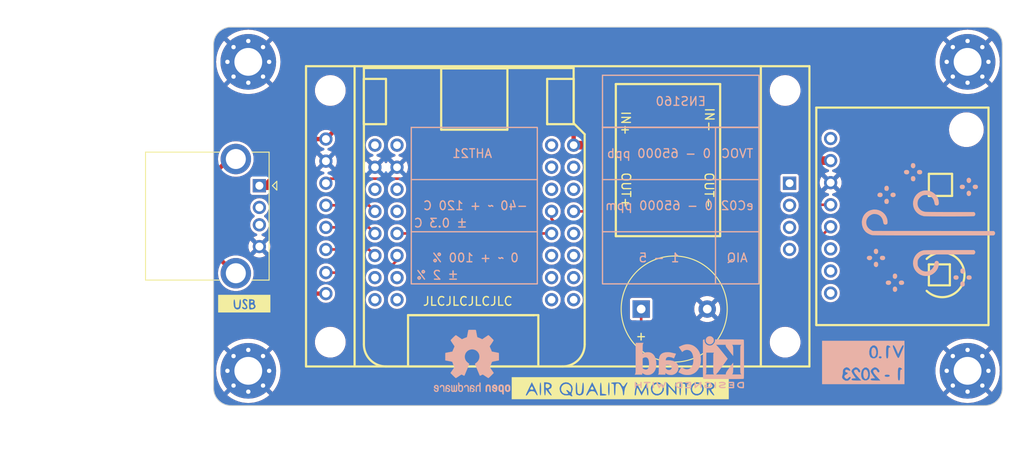
<source format=kicad_pcb>
(kicad_pcb (version 20221018) (generator pcbnew)
  (layers (0 "F.Cu" signal) (31 "B.Cu" signal) (34 "B.Paste" user) (35 "F.Paste" user) (36 "B.SilkS" user "B.Silkscreen") (37 "F.SilkS" user "F.Silkscreen") (38 "B.Mask" user) (39 "F.Mask" user) (44 "Edge.Cuts" user))
  (net 0 "")
  (net 1 "/Buzzer")
  (net 2 "GND")
  (net 3 "VBUS")
  (net 6 "unconnected-(J1-Pad5)")
  (net 8 "+3.3V")
  (net 16 "/SDA")
  (net 17 "/SCL")
  (net 26 "/TFT_RST")
  (net 28 "/TFT_A0")
  (net 29 "/TFT_CS")
  (net 30 "/TFT_SDA")
  (net 31 "/TFT_SCK")
  (footprint "AJ38:AJ38" (layer "F.Cu") (at 158.3435 86.137 -90)
    (fp_text reference "U3" hide)
    (fp_text value "AJ38" hide)
    (fp_text user "IN-" (at -4.015555 5.042222 -90 unlocked) (layer "F.SilkS"))
    (fp_text user "IN+" (at -3.622222 14.673333 -90 unlocked) (layer "F.SilkS"))
    (fp_text user "OUT-" (at 4.092848 5.082961 -90 unlocked) (layer "F.SilkS"))
    (fp_text user "OUT+" (at 4.092848 14.642379 -90 unlocked) (layer "F.SilkS"))
    (pad "1" smd rect (at -7.493 14.605 270) (size 4 2) (layers "F.Cu" "F.Paste" "F.Mask") (net 3 "VBUS"))
    (pad "2" smd rect (at -7.747 5.08 270) (size 4 2) (layers "F.Cu" "F.Paste" "F.Mask") (net 2 "GND"))
    (pad "3" smd rect (at 8.636 14.605 270) (size 4 2) (layers "F.Cu" "F.Paste" "F.Mask") (net 8 "+3.3V"))
    (pad "4" smd rect (at 8.763 5.08 270) (size 4 2) (layers "F.Cu" "F.Paste" "F.Mask") (net 2 "GND"))
  )
  (footprint "ENS160:ENS160" (layer "F.Cu") (at 175.5 75.44945)
    (fp_text reference "U1" hide)
    (fp_text value "ENS160" hide)
    (pad "" np_thru_hole circle (at 7.366 7.8105) (size 3.5 3.5) (drill 3.5) (layers "*.Mask" "F.Cu" "In1.Cu" "B.Cu"))
    (pad "1" thru_hole circle (at -8.255 8.8265) (size 1.524 1.524) (drill 0.914) (layers "*.Cu" "*.Mask"))
    (pad "2" thru_hole circle (at -8.255 11.3665) (size 1.524 1.524) (drill 0.914) (layers "*.Cu" "*.Mask") (net 8 "+3.3V"))
    (pad "3" thru_hole circle (at -8.255 13.9065) (size 1.524 1.524) (drill 0.914) (layers "*.Cu" "*.Mask") (net 2 "GND"))
    (pad "4" thru_hole circle (at -8.255 16.4465) (size 1.524 1.524) (drill 0.914) (layers "*.Cu" "*.Mask") (net 17 "/SCL"))
    (pad "5" thru_hole circle (at -8.255 18.9865) (size 1.524 1.524) (drill 0.914) (layers "*.Cu" "*.Mask") (net 16 "/SDA"))
    (pad "6" thru_hole circle (at -8.255 21.5265) (size 1.524 1.524) (drill 0.914) (layers "*.Cu" "*.Mask"))
    (pad "7" thru_hole circle (at -8.255 24.0665) (size 1.524 1.524) (drill 0.914) (layers "*.Cu" "*.Mask"))
    (pad "8" thru_hole circle (at -8.255 26.6065) (size 1.524 1.524) (drill 0.914) (layers "*.Cu" "*.Mask"))
  )
  (footprint "MountingHole:MountingHole_3.2mm_M3_Pad_Via" (layer "F.Cu") (at 100.25 75.456)
    (fp_text reference "H2" hide)
    (fp_text value "MountingHole_Pad" hide)
    (pad "1" thru_hole circle (at -2.4 0) (size 0.8 0.8) (drill 0.5) (layers "*.Cu" "*.Mask") (net 2 "GND"))
    (pad "1" thru_hole circle (at -1.697056 -1.697056) (size 0.8 0.8) (drill 0.5) (layers "*.Cu" "*.Mask") (net 2 "GND"))
    (pad "1" thru_hole circle (at -1.697056 1.697056) (size 0.8 0.8) (drill 0.5) (layers "*.Cu" "*.Mask") (net 2 "GND"))
    (pad "1" thru_hole circle (at 0 -2.4) (size 0.8 0.8) (drill 0.5) (layers "*.Cu" "*.Mask") (net 2 "GND"))
    (pad "1" thru_hole circle (at 0 0) (size 6.4 6.4) (drill 3.2) (layers "*.Cu" "*.Mask") (net 2 "GND"))
    (pad "1" thru_hole circle (at 0 2.4) (size 0.8 0.8) (drill 0.5) (layers "*.Cu" "*.Mask") (net 2 "GND"))
    (pad "1" thru_hole circle (at 1.697056 -1.697056) (size 0.8 0.8) (drill 0.5) (layers "*.Cu" "*.Mask") (net 2 "GND"))
    (pad "1" thru_hole circle (at 1.697056 1.697056) (size 0.8 0.8) (drill 0.5) (layers "*.Cu" "*.Mask") (net 2 "GND"))
    (pad "1" thru_hole circle (at 2.4 0) (size 0.8 0.8) (drill 0.5) (layers "*.Cu" "*.Mask") (net 2 "GND"))
  )
  (footprint "Buzzer_Beeper:Buzzer_12x9.5RM7.6" (layer "F.Cu") (at 145.45 103.895)
    (fp_text reference "BZ1" hide)
    (fp_text value "Buzzer" hide)
    (fp_text user "+" (at -0.01 3.105) (layer "F.SilkS"))
    (pad "1" thru_hole rect (at 0 0) (size 2 2) (drill 1) (layers "*.Cu" "*.Mask") (net 1 "/Buzzer"))
    (pad "2" thru_hole circle (at 7.6 0) (size 2 2) (drill 1) (layers "*.Cu" "*.Mask") (net 2 "GND"))
  )
  (footprint "1.8_TFT:1.8 TFT Display" (layer "F.Cu") (at 134.07 68.59)
    (fp_text reference "U4" hide)
    (fp_text value "1.8_TFT_Display" hide)
    (pad "" np_thru_hole circle (at -24.384 10.16) (size 3.048 3.048) (drill 3.048) (layers "*.Cu" "*.Mask"))
    (pad "" np_thru_hole circle (at -24.384 39.116) (size 3.048 3.048) (drill 3.048) (layers "*.Cu" "*.Mask"))
    (pad "" np_thru_hole circle (at 27.94 10.16) (size 3.048 3.048) (drill 3.048) (layers "*.Cu" "*.Mask"))
    (pad "" np_thru_hole circle (at 27.94 39.116) (size 3.048 3.048) (drill 3.048) (layers "*.Cu" "*.Mask"))
    (pad "1" thru_hole circle (at -24.892 15.748) (size 1.524 1.524) (drill 0.914) (layers "*.Cu" "*.Mask") (net 8 "+3.3V"))
    (pad "2" thru_hole circle (at -24.892 18.288) (size 1.524 1.524) (drill 0.914) (layers "*.Cu" "*.Mask") (net 2 "GND"))
    (pad "3" thru_hole circle (at -24.892 20.828) (size 1.524 1.524) (drill 0.914) (layers "*.Cu" "*.Mask") (net 29 "/TFT_CS"))
    (pad "4" thru_hole circle (at -24.892 23.368) (size 1.524 1.524) (drill 0.914) (layers "*.Cu" "*.Mask") (net 26 "/TFT_RST"))
    (pad "5" thru_hole circle (at -24.892 25.908) (size 1.524 1.524) (drill 0.914) (layers "*.Cu" "*.Mask") (net 28 "/TFT_A0"))
    (pad "6" thru_hole circle (at -24.892 28.448) (size 1.524 1.524) (drill 0.914) (layers "*.Cu" "*.Mask") (net 30 "/TFT_SDA"))
    (pad "7" thru_hole circle (at -24.892 31.115) (size 1.524 1.524) (drill 0.914) (layers "*.Cu" "*.Mask") (net 31 "/TFT_SCK"))
    (pad "8" thru_hole circle (at -24.892 33.528) (size 1.524 1.524) (drill 0.914) (layers "*.Cu" "*.Mask") (net 8 "+3.3V"))
    (pad "9" thru_hole rect (at 28.448 20.828) (size 1.524 1.524) (drill 0.914) (layers "*.Cu" "*.Mask"))
    (pad "10" thru_hole circle (at 28.448 23.368) (size 1.524 1.524) (drill 0.914) (layers "*.Cu" "*.Mask"))
    (pad "11" thru_hole circle (at 28.448 25.908) (size 1.524 1.524) (drill 0.914) (layers "*.Cu" "*.Mask"))
    (pad "12" thru_hole circle (at 28.448 28.448) (size 1.524 1.524) (drill 0.914) (layers "*.Cu" "*.Mask"))
  )
  (footprint "MountingHole:MountingHole_3.2mm_M3_Pad_Via" (layer "F.Cu") (at 183 75.456)
    (fp_text reference "H4" hide)
    (fp_text value "MountingHole_Pad" hide)
    (pad "1" thru_hole circle (at -2.4 0) (size 0.8 0.8) (drill 0.5) (layers "*.Cu" "*.Mask") (net 2 "GND"))
    (pad "1" thru_hole circle (at -1.697056 -1.697056) (size 0.8 0.8) (drill 0.5) (layers "*.Cu" "*.Mask") (net 2 "GND"))
    (pad "1" thru_hole circle (at -1.697056 1.697056) (size 0.8 0.8) (drill 0.5) (layers "*.Cu" "*.Mask") (net 2 "GND"))
    (pad "1" thru_hole circle (at 0 -2.4) (size 0.8 0.8) (drill 0.5) (layers "*.Cu" "*.Mask") (net 2 "GND"))
    (pad "1" thru_hole circle (at 0 0) (size 6.4 6.4) (drill 3.2) (layers "*.Cu" "*.Mask") (net 2 "GND"))
    (pad "1" thru_hole circle (at 0 2.4) (size 0.8 0.8) (drill 0.5) (layers "*.Cu" "*.Mask") (net 2 "GND"))
    (pad "1" thru_hole circle (at 1.697056 -1.697056) (size 0.8 0.8) (drill 0.5) (layers "*.Cu" "*.Mask") (net 2 "GND"))
    (pad "1" thru_hole circle (at 1.697056 1.697056) (size 0.8 0.8) (drill 0.5) (layers "*.Cu" "*.Mask") (net 2 "GND"))
    (pad "1" thru_hole circle (at 2.4 0) (size 0.8 0.8) (drill 0.5) (layers "*.Cu" "*.Mask") (net 2 "GND"))
  )
  (footprint "LOGO" (layer "F.Cu") (at 143 113)
    (fp_text reference "G***" hide)
    (fp_text value "LOGO" hide)
  )
  (footprint "Connector_USB:USB_A_CONNFLY_DS1095-WNR0" (layer "F.Cu") (at 101.5275 89.70385 -90)
    (fp_text reference "J1" hide)
    (fp_text value "USB_A" hide)
    (pad "1" thru_hole rect (at 0 0 270) (size 1.524 1.524) (drill 0.92) (layers "*.Cu" "*.Mask") (net 3 "VBUS"))
    (pad "2" thru_hole circle (at 2.5 0 270) (size 1.524 1.524) (drill 0.92) (layers "*.Cu" "*.Mask"))
    (pad "3" thru_hole circle (at 4.5 0 270) (size 1.524 1.524) (drill 0.92) (layers "*.Cu" "*.Mask"))
    (pad "4" thru_hole circle (at 7 0 270) (size 1.524 1.524) (drill 0.92) (layers "*.Cu" "*.Mask") (net 2 "GND"))
    (pad "5" thru_hole circle (at -3.07 2.71 270) (size 3.5 3.5) (drill 2.3) (layers "*.Cu" "*.Mask") (net 6 "unconnected-(J1-Pad5)"))
    (pad "5" thru_hole circle (at 10.07 2.71 270) (size 3.5 3.5) (drill 2.3) (layers "*.Cu" "*.Mask") (net 6 "unconnected-(J1-Pad5)"))
  )
  (footprint "MountingHole:MountingHole_3.2mm_M3_Pad_Via" (layer "F.Cu") (at 183 111)
    (fp_text reference "H1" hide)
    (fp_text value "MountingHole_Pad" hide)
    (pad "1" thru_hole circle (at -2.4 0) (size 0.8 0.8) (drill 0.5) (layers "*.Cu" "*.Mask") (net 2 "GND"))
    (pad "1" thru_hole circle (at -1.697056 -1.697056) (size 0.8 0.8) (drill 0.5) (layers "*.Cu" "*.Mask") (net 2 "GND"))
    (pad "1" thru_hole circle (at -1.697056 1.697056) (size 0.8 0.8) (drill 0.5) (layers "*.Cu" "*.Mask") (net 2 "GND"))
    (pad "1" thru_hole circle (at 0 -2.4) (size 0.8 0.8) (drill 0.5) (layers "*.Cu" "*.Mask") (net 2 "GND"))
    (pad "1" thru_hole circle (at 0 0) (size 6.4 6.4) (drill 3.2) (layers "*.Cu" "*.Mask") (net 2 "GND"))
    (pad "1" thru_hole circle (at 0 2.4) (size 0.8 0.8) (drill 0.5) (layers "*.Cu" "*.Mask") (net 2 "GND"))
    (pad "1" thru_hole circle (at 1.697056 -1.697056) (size 0.8 0.8) (drill 0.5) (layers "*.Cu" "*.Mask") (net 2 "GND"))
    (pad "1" thru_hole circle (at 1.697056 1.697056) (size 0.8 0.8) (drill 0.5) (layers "*.Cu" "*.Mask") (net 2 "GND"))
    (pad "1" thru_hole circle (at 2.4 0) (size 0.8 0.8) (drill 0.5) (layers "*.Cu" "*.Mask") (net 2 "GND"))
  )
  (footprint "LOGO" (layer "F.Cu") (at 99.74393 103.269818)
    (fp_text reference "G***" hide)
    (fp_text value "LOGO" hide)
  )
  (footprint "MountingHole:MountingHole_3.2mm_M3_Pad_Via" (layer "F.Cu") (at 100.25 111)
    (fp_text reference "H3" hide)
    (fp_text value "MountingHole_Pad" hide)
    (pad "1" thru_hole circle (at -2.4 0) (size 0.8 0.8) (drill 0.5) (layers "*.Cu" "*.Mask") (net 2 "GND"))
    (pad "1" thru_hole circle (at -1.697056 -1.697056) (size 0.8 0.8) (drill 0.5) (layers "*.Cu" "*.Mask") (net 2 "GND"))
    (pad "1" thru_hole circle (at -1.697056 1.697056) (size 0.8 0.8) (drill 0.5) (layers "*.Cu" "*.Mask") (net 2 "GND"))
    (pad "1" thru_hole circle (at 0 -2.4) (size 0.8 0.8) (drill 0.5) (layers "*.Cu" "*.Mask") (net 2 "GND"))
    (pad "1" thru_hole circle (at 0 0) (size 6.4 6.4) (drill 3.2) (layers "*.Cu" "*.Mask") (net 2 "GND"))
    (pad "1" thru_hole circle (at 0 2.4) (size 0.8 0.8) (drill 0.5) (layers "*.Cu" "*.Mask") (net 2 "GND"))
    (pad "1" thru_hole circle (at 1.697056 -1.697056) (size 0.8 0.8) (drill 0.5) (layers "*.Cu" "*.Mask") (net 2 "GND"))
    (pad "1" thru_hole circle (at 1.697056 1.697056) (size 0.8 0.8) (drill 0.5) (layers "*.Cu" "*.Mask") (net 2 "GND"))
    (pad "1" thru_hole circle (at 2.4 0) (size 0.8 0.8) (drill 0.5) (layers "*.Cu" "*.Mask") (net 2 "GND"))
  )
  (footprint "Wemos_S2_Mini:Wemos S2 Mini" (layer "F.Cu") (at 125.996 114.5015 180)
    (fp_text reference "U2" hide)
    (fp_text value "Wemos S2 Mini" hide)
    (pad "0" thru_hole circle (at -11.684 11.684) (size 1.524 1.524) (drill 0.889) (layers "*.Cu" "*.Mask"))
    (pad "1" thru_hole circle (at -9.144 11.684) (size 1.524 1.524) (drill 0.889) (layers "*.Cu" "*.Mask"))
    (pad "2" thru_hole circle (at -9.144 14.224) (size 1.524 1.524) (drill 0.889) (layers "*.Cu" "*.Mask"))
    (pad "3" thru_hole circle (at -11.684 14.224) (size 1.524 1.524) (drill 0.889) (layers "*.Cu" "*.Mask"))
    (pad "4" thru_hole circle (at -9.144 16.764) (size 1.524 1.524) (drill 0.889) (layers "*.Cu" "*.Mask"))
    (pad "5" thru_hole circle (at -11.684 16.764) (size 1.524 1.524) (drill 0.889) (layers "*.Cu" "*.Mask"))
    (pad "6" thru_hole circle (at -9.144 19.304) (size 1.524 1.524) (drill 0.889) (layers "*.Cu" "*.Mask") (net 1 "/Buzzer"))
    (pad "7" thru_hole circle (at -11.684 19.304) (size 1.524 1.524) (drill 0.889) (layers "*.Cu" "*.Mask"))
    (pad "8" thru_hole circle (at -9.144 21.844) (size 1.524 1.524) (drill 0.889) (layers "*.Cu" "*.Mask") (net 16 "/SDA"))
    (pad "9" thru_hole circle (at -11.684 21.844) (size 1.524 1.524) (drill 0.889) (layers "*.Cu" "*.Mask") (net 17 "/SCL"))
    (pad "10" thru_hole circle (at -9.144 24.384) (size 1.524 1.524) (drill 0.889) (layers "*.Cu" "*.Mask"))
    (pad "11" thru_hole circle (at -11.684 24.384) (size 1.524 1.524) (drill 0.889) (layers "*.Cu" "*.Mask"))
    (pad "12" thru_hole circle (at -11.684 26.924) (size 1.524 1.524) (drill 0.889) (layers "*.Cu" "*.Mask"))
    (pad "13" thru_hole circle (at -9.144 26.924) (size 1.524 1.524) (drill 0.889) (layers "*.Cu" "*.Mask"))
    (pad "14" thru_hole circle (at -9.144 29.464) (size 1.524 1.524) (drill 0.889) (layers "*.Cu" "*.Mask"))
    (pad "15" thru_hole circle (at 8.636 29.464) (size 1.524 1.524) (drill 0.889) (layers "*.Cu" "*.Mask"))
    (pad "16" thru_hole circle (at 11.176 24.384) (size 1.524 1.524) (drill 0.889) (layers "*.Cu" "*.Mask"))
    (pad "17" thru_hole circle (at 8.636 24.384) (size 1.524 1.524) (drill 0.889) (layers "*.Cu" "*.Mask"))
    (pad "18" thru_hole circle (at 11.176 21.844) (size 1.524 1.524) (drill 0.889) (layers "*.Cu" "*.Mask") (net 26 "/TFT_RST"))
    (pad "21" thru_hole circle (at 8.636 21.844) (size 1.524 1.524) (drill 0.889) (layers "*.Cu" "*.Mask"))
    (pad "33" thru_hole circle (at 11.176 19.304) (size 1.524 1.524) (drill 0.889) (layers "*.Cu" "*.Mask") (net 28 "/TFT_A0"))
    (pad "34" thru_hole circle (at 8.636 19.304) (size 1.524 1.524) (drill 0.889) (layers "*.Cu" "*.Mask") (net 29 "/TFT_CS"))
    (pad "35" thru_hole circle (at 11.176 16.764) (size 1.524 1.524) (drill 0.889) (layers "*.Cu" "*.Mask") (net 30 "/TFT_SDA"))
    (pad "36" thru_hole circle (at 8.636 16.764) (size 1.524 1.524) (drill 0.889) (layers "*.Cu" "*.Mask") (net 31 "/TFT_SCK"))
    (pad "37" thru_hole circle (at 11.176 14.224) (size 1.524 1.524) (drill 0.889) (layers "*.Cu" "*.Mask"))
    (pad "38" thru_hole circle (at 8.636 14.224) (size 1.524 1.524) (drill 0.889) (layers "*.Cu" "*.Mask"))
    (pad "39" thru_hole circle (at 11.176 11.684) (size 1.524 1.524) (drill 0.889) (layers "*.Cu" "*.Mask"))
    (pad "40" thru_hole circle (at 8.636 11.684) (size 1.524 1.524) (drill 0.889) (layers "*.Cu" "*.Mask"))
    (pad "41" thru_hole circle (at 11.176 29.464) (size 1.524 1.524) (drill 0.889) (layers "*.Cu" "*.Mask"))
    (pad "42" thru_hole circle (at -11.684 29.464) (size 1.524 1.524) (drill 0.889) (layers "*.Cu" "*.Mask") (net 8 "+3.3V"))
    (pad "GND" thru_hole circle (at 8.636 26.924) (size 1.524 1.524) (drill 0.889) (layers "*.Cu" "*.Mask") (net 2 "GND"))
    (pad "GND" thru_hole circle (at 11.176 26.924) (size 1.524 1.524) (drill 0.889) (layers "*.Cu" "*.Mask") (net 2 "GND"))
  )
  (footprint "LOGO" (layer "B.Cu") (at 178.5 94.5 180)
    (fp_text reference "G***" hide)
    (fp_text value "LOGO" hide)
  )
  (footprint "Symbol:KiCad-Logo2_5mm_SilkScreen" (layer "B.Cu") (at 151 110 180)
    (fp_text reference "REF**" hide)
    (fp_text value "KiCad-Logo2_5mm_SilkScreen" hide)
  )
  (footprint "Symbol:OSHW-Logo2_9.8x8mm_SilkScreen" (layer "B.Cu") (at 126 110 180)
    (fp_text reference "REF**" hide)
    (fp_text value "OSHW-Logo2_9.8x8mm_SilkScreen" hide)
  )
  (footprint "LOGO" (layer "B.Cu") (at 171 110 180)
    (fp_text reference "G***" hide)
    (fp_text value "LOGO" hide)
  )
  (gr_line (start 119 89) (end 133.5 89) (stroke (width 0.15)) (layer "B.SilkS"))
  (gr_rect (start 141 83) (end 159 101) (stroke (width 0.15)) (fill none) (layer "B.SilkS"))
  (gr_line (start 141 83) (end 159 83) (stroke (width 0.15)) (layer "B.SilkS"))
  (gr_rect (start 141 77) (end 159 83) (stroke (width 0.15)) (fill none) (layer "B.SilkS"))
  (gr_line (start 141 89) (end 159 89) (stroke (width 0.15)) (layer "B.SilkS"))
  (gr_line (start 154 101) (end 154 83) (stroke (width 0.15)) (layer "B.SilkS"))
  (gr_rect (start 119 83) (end 133.5 101) (stroke (width 0.15)) (fill none) (layer "B.SilkS"))
  (gr_line (start 141 95) (end 159 95) (stroke (width 0.15)) (layer "B.SilkS"))
  (gr_line (start 119 95) (end 133.5 95) (stroke (width 0.15)) (layer "B.SilkS"))
  (gr_arc (start 98.25 115) (mid 96.835786 114.414214) (end 96.25 113) (stroke (width 0.1)) (layer "Edge.Cuts"))
  (gr_line (start 185 71.456) (end 98.25 71.456) (stroke (width 0.1)) (layer "Edge.Cuts"))
  (gr_arc (start 96.25 73.456) (mid 96.835786 72.041786) (end 98.25 71.456) (stroke (width 0.1)) (layer "Edge.Cuts"))
  (gr_line (start 96.25 73.456) (end 96.25 113) (stroke (width 0.1)) (layer "Edge.Cuts"))
  (gr_line (start 98.25 115) (end 185 115) (stroke (width 0.1)) (layer "Edge.Cuts"))
  (gr_arc (start 187 113) (mid 186.414214 114.414214) (end 185 115) (stroke (width 0.1)) (layer "Edge.Cuts"))
  (gr_line (start 187 113) (end 187 73.456) (stroke (width 0.1)) (layer "Edge.Cuts"))
  (gr_arc (start 185 71.456) (mid 186.414214 72.041786) (end 187 73.456) (stroke (width 0.1)) (layer "Edge.Cuts"))
  (gr_text "AIQ" (at 156.5 98) (layer "B.SilkS") (effects (font (size 1 1)) (justify mirror)))
  (gr_text "ENS160" (at 150 80) (layer "B.SilkS") (effects (font (size 1 1)) (justify mirror)))
  (gr_text "TVOC" (at 156.5 86) (layer "B.SilkS") (effects (font (size 1 1)) (justify mirror)))
  (gr_text "± 0.3 C" (at 122.380952 94) (layer "B.SilkS") (effects (font (size 1 1)) (justify mirror)))
  (gr_text "1 - 5" (at 147.5 98) (layer "B.SilkS") (effects (font (size 1 1)) (justify mirror)))
  (gr_text "± 2 %" (at 122 100) (layer "B.SilkS") (effects (font (size 1 1)) (justify mirror)))
  (gr_text "AHT21" (at 126 86) (layer "B.SilkS") (effects (font (size 1 1)) (justify mirror)))
  (gr_text "0 ~ + 100 %" (at 126.380952 98) (layer "B.SilkS") (effects (font (size 1 1)) (justify mirror)))
  (gr_text "0 - 65000 ppb" (at 147.5 86) (layer "B.SilkS") (effects (font (size 1 1)) (justify mirror)))
  (gr_text "0 - 65000 ppm\n" (at 147.5 92) (layer "B.SilkS") (effects (font (size 1 1)) (justify mirror)))
  (gr_text "eC02" (at 156.5 92) (layer "B.SilkS") (effects (font (size 1 1)) (justify mirror)))
  (gr_text "-40 ~ + 120 C" (at 126.380952 92) (layer "B.SilkS") (effects (font (size 1 1)) (justify mirror)))
  (gr_text "JLCJLCJLCJLC" (at 125.5 103) (layer "F.SilkS") (effects (font (size 1 1))))
  (segment (start 145 106.145) (end 145.45 105.695) (width 0.3) (layer "F.Cu") (net 1))
  (segment (start 132.5 104.145) (end 134.5 106.145) (width 0.3) (layer "F.Cu") (net 1))
  (segment (start 133.9475 95.1975) (end 132.5 96.645) (width 0.3) (layer "F.Cu") (net 1))
  (segment (start 145.45 105.695) (end 145.45 103.895) (width 0.3) (layer "F.Cu") (net 1))
  (segment (start 132.5 96.645) (end 132.5 104.145) (width 0.3) (layer "F.Cu") (net 1))
  (segment (start 135.14 95.1975) (end 133.9475 95.1975) (width 0.3) (layer "F.Cu") (net 1))
  (segment (start 134.5 106.145) (end 145 106.145) (width 0.3) (layer "F.Cu") (net 1))
  (segment (start 143.7385 75.3835) (end 143.7385 78.644) (width 1) (layer "F.Cu") (net 3))
  (segment (start 105.75 76.395) (end 107.5 74.645) (width 1) (layer "F.Cu") (net 3))
  (segment (start 107.5 74.645) (end 143 74.645) (width 1) (layer "F.Cu") (net 3))
  (segment (start 143 74.645) (end 143.7385 75.3835) (width 1) (layer "F.Cu") (net 3))
  (segment (start 102.44115 89.70385) (end 105.75 86.395) (width 1) (layer "F.Cu") (net 3))
  (segment (start 101.5275 89.70385) (end 102.44115 89.70385) (width 1) (layer "F.Cu") (net 3))
  (segment (start 105.75 86.395) (end 105.75 76.395) (width 1) (layer "F.Cu") (net 3))
  (segment (start 98.8175 99.77385) (end 98.62885 99.77385) (width 0.5) (layer "F.Cu") (net 6))
  (segment (start 96.75 87.895) (end 98.01115 86.63385) (width 0.5) (layer "F.Cu") (net 6))
  (segment (start 96.75 97.895) (end 96.75 87.895) (width 0.5) (layer "F.Cu") (net 6))
  (segment (start 98.01115 86.63385) (end 98.8175 86.63385) (width 0.5) (layer "F.Cu") (net 6))
  (segment (start 98.62885 99.77385) (end 96.75 97.895) (width 0.5) (layer "F.Cu") (net 6))
  (segment (start 111.121 82.395) (end 136.5 82.395) (width 0.5) (layer "F.Cu") (net 8))
  (segment (start 136.5 82.395) (end 137.68 83.575) (width 0.5) (layer "F.Cu") (net 8))
  (segment (start 105.5 100.895) (end 106.75 102.145) (width 0.5) (layer "F.Cu") (net 8))
  (segment (start 109.178 84.338) (end 111.121 82.395) (width 0.5) (layer "F.Cu") (net 8))
  (segment (start 143.80605 86.81595) (end 143.7385 86.8835) (width 1) (layer "F.Cu") (net 8))
  (segment (start 106.75 102.145) (end 106.777 102.118) (width 0.5) (layer "F.Cu") (net 8))
  (segment (start 167.245 86.81595) (end 143.80605 86.81595) (width 1) (layer "F.Cu") (net 8))
  (segment (start 107 85.395) (end 107 88.895) (width 0.5) (layer "F.Cu") (net 8))
  (segment (start 137.68 83.575) (end 137.68 85.0375) (width 0.5) (layer "F.Cu") (net 8))
  (segment (start 109.178 84.338) (end 108.057 84.338) (width 0.5) (layer "F.Cu") (net 8))
  (segment (start 108.057 84.338) (end 107 85.395) (width 0.5) (layer "F.Cu") (net 8))
  (segment (start 105.5 90.395) (end 105.5 100.895) (width 0.5) (layer "F.Cu") (net 8))
  (segment (start 106.777 102.118) (end 109.178 102.118) (width 0.5) (layer "F.Cu") (net 8))
  (segment (start 107 88.895) (end 105.5 90.395) (width 0.5) (layer "F.Cu") (net 8))
  (segment (start 143.7385 86.8835) (end 141.8925 85.0375) (width 1) (layer "F.Cu") (net 8))
  (segment (start 143.7385 94.773) (end 143.7385 86.8835) (width 1) (layer "F.Cu") (net 8))
  (segment (start 141.8925 85.0375) (end 137.68 85.0375) (width 1) (layer "F.Cu") (net 8))
  (segment (start 139.25 93.895) (end 135.5 93.895) (width 0.3) (layer "F.Cu") (net 16))
  (segment (start 135.14 93.535) (end 135.14 92.6575) (width 0.3) (layer "F.Cu") (net 16))
  (segment (start 165 100.895) (end 140.75 100.895) (width 0.3) (layer "F.Cu") (net 16))
  (segment (start 140.75 100.895) (end 139.75 99.895) (width 0.3) (layer "F.Cu") (net 16))
  (segment (start 167.245 94.43595) (end 165.75 95.93095) (width 0.3) (layer "F.Cu") (net 16))
  (segment (start 139.75 94.395) (end 139.25 93.895) (width 0.3) (layer "F.Cu") (net 16))
  (segment (start 139.75 99.895) (end 139.75 94.395) (width 0.3) (layer "F.Cu") (net 16))
  (segment (start 165.75 100.145) (end 165 100.895) (width 0.3) (layer "F.Cu") (net 16))
  (segment (start 165.75 95.93095) (end 165.75 100.145) (width 0.3) (layer "F.Cu") (net 16))
  (segment (start 135.5 93.895) (end 135.14 93.535) (width 0.3) (layer "F.Cu") (net 16))
  (segment (start 163.75 99.395) (end 164.5 98.645) (width 0.3) (layer "F.Cu") (net 17))
  (segment (start 164.5 93.145) (end 165.74905 91.89595) (width 0.3) (layer "F.Cu") (net 17))
  (segment (start 141.25 99.395) (end 163.75 99.395) (width 0.3) (layer "F.Cu") (net 17))
  (segment (start 164.5 98.645) (end 164.5 93.145) (width 0.3) (layer "F.Cu") (net 17))
  (segment (start 140.5125 92.6575) (end 140.75 92.895) (width 0.3) (layer "F.Cu") (net 17))
  (segment (start 137.68 92.6575) (end 140.5125 92.6575) (width 0.3) (layer "F.Cu") (net 17))
  (segment (start 140.75 98.895) (end 141.25 99.395) (width 0.3) (layer "F.Cu") (net 17))
  (segment (start 140.75 92.895) (end 140.75 98.895) (width 0.3) (layer "F.Cu") (net 17))
  (segment (start 165.74905 91.89595) (end 167.245 91.89595) (width 0.3) (layer "F.Cu") (net 17))
  (segment (start 109.178 91.958) (end 114.1205 91.958) (width 0.3) (layer "F.Cu") (net 26))
  (segment (start 114.1205 91.958) (end 114.82 92.6575) (width 0.3) (layer "F.Cu") (net 26))
  (segment (start 114.1205 94.498) (end 114.82 95.1975) (width 0.3) (layer "F.Cu") (net 28))
  (segment (start 109.178 94.498) (end 114.1205 94.498) (width 0.3) (layer "F.Cu") (net 28))
  (segment (start 109.701 88.895) (end 119.5 88.895) (width 0.3) (layer "F.Cu") (net 29))
  (segment (start 119.5 88.895) (end 119.75 89.145) (width 0.3) (layer "F.Cu") (net 29))
  (segment (start 109.178 89.418) (end 109.701 88.895) (width 0.3) (layer "F.Cu") (net 29))
  (segment (start 119.75 89.145) (end 119.75 94.645) (width 0.3) (layer "F.Cu") (net 29))
  (segment (start 119.1975 95.1975) (end 117.36 95.1975) (width 0.3) (layer "F.Cu") (net 29))
  (segment (start 119.75 94.645) (end 119.1975 95.1975) (width 0.3) (layer "F.Cu") (net 29))
  (segment (start 109.178 97.038) (end 114.1205 97.038) (width 0.3) (layer "F.Cu") (net 30))
  (segment (start 114.1205 97.038) (end 114.82 97.7375) (width 0.3) (layer "F.Cu") (net 30))
  (segment (start 109.178 99.705) (end 112.94 99.705) (width 0.3) (layer "F.Cu") (net 31))
  (segment (start 117.36 98.285) (end 117.36 97.7375) (width 0.3) (layer "F.Cu") (net 31))
  (segment (start 113.610086 99.034914) (end 116.610086 99.034914) (width 0.3) (layer "F.Cu") (net 31))
  (segment (start 112.94 99.705) (end 113.610086 99.034914) (width 0.3) (layer "F.Cu") (net 31))
  (segment (start 116.610086 99.034914) (end 117.36 98.285) (width 0.3) (layer "F.Cu") (net 31))
  (zone (net 2) (net_name "GND") (layers "F&B.Cu") (connect_pads (clearance 0.3)) (min_thickness 0.3) (fill yes (thermal_gap 0.5) (thermal_bridge_width 0.5))
    (polygon (pts (xy 189.25 117.395) (xy 95 117.395) (xy 95 70.895) (xy 189.5 70.895)))
  )
)
</source>
